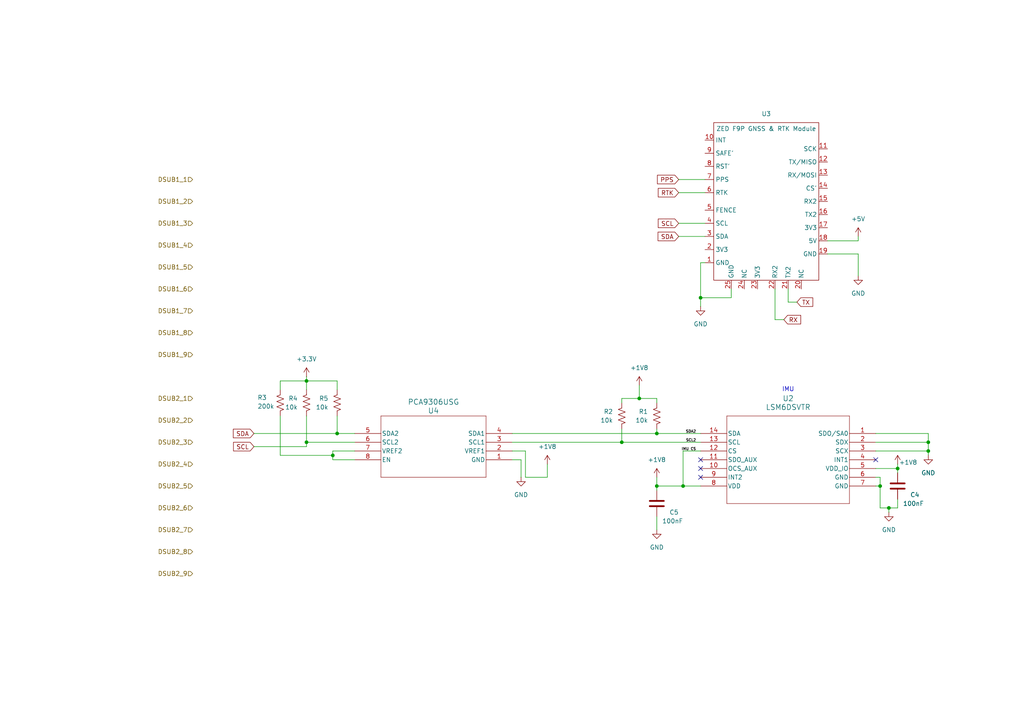
<source format=kicad_sch>
(kicad_sch (version 20250114) (generator "eeschema") (generator_version "9.0")
  (paper "A4")
  (lib_symbols
    (symbol "Capstone Symbols:LSM6DSVTR" (pin_names (offset 0.254))
      (property "Reference" "U" (at 25.4 10.16 0))
      (property "Value" "LSM6DSVTR" (at 25.4 7.62 0))
      (symbol "LSM6DSVTR_0_1"
        (polyline (pts (xy 7.62 5.08) (xy 7.62 -20.32)) (stroke (width 0.127)))
        (polyline (pts (xy 7.62 -20.32) (xy 43.18 -20.32)) (stroke (width 0.127)))
        (polyline (pts (xy 43.18 5.08) (xy 7.62 5.08)) (stroke (width 0.127)))
        (polyline (pts (xy 43.18 -20.32) (xy 43.18 5.08)) (stroke (width 0.127)))
        (pin unspecified line (at 0 0 0) (length 7.62) (name "SDO/SA0") (number "1"))
        (pin unspecified line (at 0 -2.54 0) (length 7.62) (name "SDX") (number "2"))
        (pin unspecified line (at 0 -5.08 0) (length 7.62) (name "SCX") (number "3"))
        (pin unspecified line (at 0 -7.62 0) (length 7.62) (name "INT1") (number "4"))
        (pin power_in line (at 0 -10.16 0) (length 7.62) (name "VDD_IO") (number "5"))
        (pin power_out line (at 0 -12.7 0) (length 7.62) (name "GND") (number "6"))
        (pin power_out line (at 0 -15.24 0) (length 7.62) (name "GND") (number "7"))
        (pin unspecified line (at 50.8 0 180) (length 7.62) (name "SDA") (number "14"))
        (pin unspecified line (at 50.8 -2.54 180) (length 7.62) (name "SCL") (number "13"))
        (pin unspecified line (at 50.8 -5.08 180) (length 7.62) (name "CS") (number "12"))
        (pin unspecified line (at 50.8 -7.62 180) (length 7.62) (name "SDO_AUX") (number "11"))
        (pin unspecified line (at 50.8 -10.16 180) (length 7.62) (name "OCS_AUX") (number "10"))
        (pin unspecified line (at 50.8 -12.7 180) (length 7.62) (name "INT2") (number "9"))
        (pin power_in line (at 50.8 -15.24 180) (length 7.62) (name "VDD") (number "8"))
      )
    )
    (symbol "Device:C" (pin_numbers (hide yes)) (pin_names (offset 0.254))
      (property "Reference" "C" (at 0.635 2.54 0))
      (property "Value" "C" (at 0.635 -2.54 0))
      (symbol "C_0_1"
        (polyline (pts (xy -2.032 0.762) (xy 2.032 0.762)) (stroke (width 0.508)))
        (polyline (pts (xy -2.032 -0.762) (xy 2.032 -0.762)) (stroke (width 0.508)))
      )
      (symbol "C_1_1"
        (pin passive line (at 0 3.81 270) (length 2.794) (name "~") (number "1"))
        (pin passive line (at 0 -3.81 90) (length 2.794) (name "~") (number "2"))
      )
    )
    (symbol "Device:R_US" (pin_numbers (hide yes)) (pin_names (offset 0))
      (property "Reference" "R" (at 2.54 0 90))
      (property "Value" "R_US" (at -2.54 0 90))
      (symbol "R_US_0_1"
        (polyline (pts (xy 0 2.286) (xy 0 2.54)))
        (polyline (pts (xy 0 2.286) (xy 1.016 1.905) (xy 0 1.524) (xy -1.016 1.143) (xy 0 0.762)))
        (polyline (pts (xy 0 0.762) (xy 1.016 0.381) (xy 0 0) (xy -1.016 -0.381) (xy 0 -0.762)))
        (polyline (pts (xy 0 -0.762) (xy 1.016 -1.143) (xy 0 -1.524) (xy -1.016 -1.905) (xy 0 -2.286)))
        (polyline (pts (xy 0 -2.286) (xy 0 -2.54)))
      )
      (symbol "R_US_1_1"
        (pin passive line (at 0 3.81 270) (length 1.27) (name "~") (number "1"))
        (pin passive line (at 0 -3.81 90) (length 1.27) (name "~") (number "2"))
      )
    )
    (symbol "NLA9306USG:PCA9306USG" (pin_names (offset 0.254))
      (property "Reference" "U" (at 22.86 10.16 0))
      (property "Value" "PCA9306USG" (at 22.86 7.62 0))
      (symbol "PCA9306USG_0_1"
        (polyline (pts (xy 7.62 5.08) (xy 7.62 -12.7)) (stroke (width 0.127)))
        (polyline (pts (xy 7.62 -12.7) (xy 38.1 -12.7)) (stroke (width 0.127)))
        (polyline (pts (xy 38.1 5.08) (xy 7.62 5.08)) (stroke (width 0.127)))
        (polyline (pts (xy 38.1 -12.7) (xy 38.1 5.08)) (stroke (width 0.127)))
        (pin power_in line (at 0 0 0) (length 7.62) (name "GND") (number "1"))
        (pin unspecified line (at 0 -2.54 0) (length 7.62) (name "VREF1") (number "2"))
        (pin unspecified line (at 0 -5.08 0) (length 7.62) (name "SCL1") (number "3"))
        (pin unspecified line (at 0 -7.62 0) (length 7.62) (name "SDA1") (number "4"))
        (pin input line (at 45.72 0 180) (length 7.62) (name "EN") (number "8"))
        (pin unspecified line (at 45.72 -2.54 180) (length 7.62) (name "VREF2") (number "7"))
        (pin unspecified line (at 45.72 -5.08 180) (length 7.62) (name "SCL2") (number "6"))
        (pin unspecified line (at 45.72 -7.62 180) (length 7.62) (name "SDA2") (number "5"))
      )
    )
    (symbol "ZED_F9P:ZED-F9P"
      (property "Reference" "U" (at 0 -24.13 0))
      (symbol "ZED-F9P_0_1"
        (rectangle (start -15.24 22.86) (end 15.24 -22.86))
      )
      (symbol "ZED-F9P_1_1"
        (pin input line (at -17.78 17.78 0) (length 2.54) (name "GND") (number "1"))
        (pin input line (at -17.78 13.97 0) (length 2.54) (name "3V3") (number "2"))
        (pin input line (at -17.78 10.16 0) (length 2.54) (name "SDA") (number "3"))
        (pin input line (at -17.78 6.35 0) (length 2.54) (name "SCL") (number "4"))
        (pin input line (at -17.78 2.54 0) (length 2.54) (name "FENCE") (number "5"))
        (pin input line (at -17.78 -2.54 0) (length 2.54) (name "RTK") (number "6"))
        (pin input line (at -17.78 -6.35 0) (length 2.54) (name "PPS") (number "7"))
        (pin input line (at -17.78 -10.16 0) (length 2.54) (name "RST'") (number "8"))
        (pin input line (at -17.78 -13.97 0) (length 2.54) (name "SAFE'") (number "9"))
        (pin input line (at -17.78 -17.78 0) (length 2.54) (name "INT") (number "10"))
        (pin input line (at -10.16 25.4 270) (length 2.54) (name "GND") (number "25"))
        (pin input line (at -6.35 25.4 270) (length 2.54) (name "NC") (number "24"))
        (pin input line (at -2.54 25.4 270) (length 2.54) (name "3V3") (number "23"))
        (pin input line (at 2.54 25.4 270) (length 2.54) (name "RX2") (number "22"))
        (pin input line (at 6.35 25.4 270) (length 2.54) (name "TX2") (number "21"))
        (pin input line (at 10.16 25.4 270) (length 2.54) (name "NC") (number "20"))
        (pin input line (at 17.78 15.24 180) (length 2.54) (name "GND") (number "19"))
        (pin input line (at 17.78 11.43 180) (length 2.54) (name "5V") (number "18"))
        (pin input line (at 17.78 7.62 180) (length 2.54) (name "3V3") (number "17"))
        (pin input line (at 17.78 3.81 180) (length 2.54) (name "TX2") (number "16"))
        (pin input line (at 17.78 0 180) (length 2.54) (name "RX2") (number "15"))
        (pin input line (at 17.78 -3.81 180) (length 2.54) (name "CS'") (number "14"))
        (pin input line (at 17.78 -7.62 180) (length 2.54) (name "RX/MOSI") (number "13"))
        (pin input line (at 17.78 -11.43 180) (length 2.54) (name "TX/MISO") (number "12"))
        (pin input line (at 17.78 -15.24 180) (length 2.54) (name "SCK") (number "11"))
      )
    )
    (symbol "power:+1V8" (power) (pin_numbers (hide yes)) (pin_names (offset 0) (hide yes))
      (property "Value" "+1V8" (at 0 3.556 0))
      (symbol "+1V8_0_1"
        (polyline (pts (xy -0.762 1.27) (xy 0 2.54)))
        (polyline (pts (xy 0 2.54) (xy 0.762 1.27)))
        (polyline (pts (xy 0 0) (xy 0 2.54)))
      )
      (symbol "+1V8_1_1"
        (pin power_in line (at 0 0 90) (length 0) (name "~") (number "1"))
      )
    )
    (symbol "power:+5V" (power) (pin_numbers (hide yes)) (pin_names (offset 0) (hide yes))
      (property "Value" "+5V" (at 0 3.556 0))
      (symbol "+5V_0_1"
        (polyline (pts (xy -0.762 1.27) (xy 0 2.54)))
        (polyline (pts (xy 0 2.54) (xy 0.762 1.27)))
        (polyline (pts (xy 0 0) (xy 0 2.54)))
      )
      (symbol "+5V_1_1"
        (pin power_in line (at 0 0 90) (length 0) (name "~") (number "1"))
      )
    )
    (symbol "power:GND" (power) (pin_numbers (hide yes)) (pin_names (offset 0) (hide yes))
      (property "Value" "GND" (at 0 -3.81 0))
      (symbol "GND_0_1"
        (polyline (pts (xy 0 0) (xy 0 -1.27) (xy 1.27 -1.27) (xy 0 -2.54) (xy -1.27 -1.27) (xy 0 -1.27)))
      )
      (symbol "GND_1_1"
        (pin power_in line (at 0 0 270) (length 0) (name "~") (number "1"))
      )
    )
  )
  (text "IMU" (at 228.6 113.03 0) (effects (font (size 1.27 1.27))))
  (junction (at 255.27 140.97))
  (junction (at 198.12 140.97))
  (junction (at 190.5 140.97))
  (junction (at 88.9 110.49))
  (junction (at 269.24 128.27))
  (junction (at 97.79 125.73))
  (junction (at 203.2 86.36))
  (junction (at 269.24 130.81))
  (junction (at 257.81 147.32))
  (junction (at 260.35 135.89))
  (junction (at 96.52 132.08))
  (junction (at 185.42 115.57))
  (junction (at 180.34 128.27))
  (junction (at 190.5 125.73))
  (junction (at 88.9 128.27))
  (no_connect (at 254 133.35))
  (no_connect (at 203.2 138.43))
  (no_connect (at 203.2 135.89))
  (no_connect (at 203.2 133.35))
  (wire (pts (xy 248.92 73.66) (xy 248.92 80.01)))
  (wire (pts (xy 190.5 115.57) (xy 185.42 115.57)))
  (wire (pts (xy 260.35 144.78) (xy 260.35 147.32)))
  (wire (pts (xy 81.28 132.08) (xy 81.28 120.65)))
  (wire (pts (xy 240.03 69.85) (xy 248.92 69.85)))
  (wire (pts (xy 88.9 128.27) (xy 88.9 120.65)))
  (wire (pts (xy 203.2 128.27) (xy 180.34 128.27)))
  (wire (pts (xy 88.9 128.27) (xy 102.87 128.27)))
  (wire (pts (xy 102.87 130.81) (xy 96.52 130.81)))
  (wire (pts (xy 255.27 138.43) (xy 255.27 140.97)))
  (wire (pts (xy 203.2 130.81) (xy 198.12 130.81)))
  (wire (pts (xy 257.81 147.32) (xy 255.27 147.32)))
  (wire (pts (xy 260.35 137.16) (xy 260.35 135.89)))
  (wire (pts (xy 203.2 140.97) (xy 198.12 140.97)))
  (wire (pts (xy 248.92 68.58) (xy 248.92 69.85)))
  (wire (pts (xy 254 138.43) (xy 255.27 138.43)))
  (wire (pts (xy 260.35 135.89) (xy 254 135.89)))
  (wire (pts (xy 158.75 138.43) (xy 158.75 134.62)))
  (wire (pts (xy 96.52 133.35) (xy 102.87 133.35)))
  (wire (pts (xy 73.66 129.54) (xy 88.9 129.54)))
  (wire (pts (xy 212.09 86.36) (xy 212.09 83.82)))
  (wire (pts (xy 260.35 147.32) (xy 257.81 147.32)))
  (wire (pts (xy 190.5 140.97) (xy 190.5 142.24)))
  (wire (pts (xy 190.5 138.43) (xy 190.5 140.97)))
  (wire (pts (xy 148.59 125.73) (xy 190.5 125.73)))
  (wire (pts (xy 254 128.27) (xy 269.24 128.27)))
  (wire (pts (xy 203.2 86.36) (xy 203.2 88.9)))
  (wire (pts (xy 81.28 110.49) (xy 88.9 110.49)))
  (wire (pts (xy 196.85 68.58) (xy 204.47 68.58)))
  (wire (pts (xy 254 125.73) (xy 269.24 125.73)))
  (wire (pts (xy 180.34 115.57) (xy 185.42 115.57)))
  (wire (pts (xy 88.9 109.22) (xy 88.9 110.49)))
  (wire (pts (xy 204.47 76.2) (xy 203.2 76.2)))
  (wire (pts (xy 257.81 147.32) (xy 257.81 148.59)))
  (wire (pts (xy 190.5 116.84) (xy 190.5 115.57)))
  (wire (pts (xy 180.34 116.84) (xy 180.34 115.57)))
  (wire (pts (xy 240.03 73.66) (xy 248.92 73.66)))
  (wire (pts (xy 151.13 133.35) (xy 151.13 138.43)))
  (wire (pts (xy 269.24 128.27) (xy 269.24 130.81)))
  (wire (pts (xy 88.9 129.54) (xy 88.9 128.27)))
  (wire (pts (xy 196.85 52.07) (xy 204.47 52.07)))
  (wire (pts (xy 148.59 130.81) (xy 152.4 130.81)))
  (wire (pts (xy 152.4 130.81) (xy 152.4 138.43)))
  (wire (pts (xy 269.24 130.81) (xy 269.24 132.08)))
  (wire (pts (xy 254 130.81) (xy 269.24 130.81)))
  (wire (pts (xy 148.59 128.27) (xy 180.34 128.27)))
  (wire (pts (xy 97.79 120.65) (xy 97.79 125.73)))
  (wire (pts (xy 73.66 125.73) (xy 97.79 125.73)))
  (wire (pts (xy 228.6 87.63) (xy 231.14 87.63)))
  (wire (pts (xy 203.2 76.2) (xy 203.2 86.36)))
  (wire (pts (xy 196.85 55.88) (xy 204.47 55.88)))
  (wire (pts (xy 224.79 83.82) (xy 224.79 92.71)))
  (wire (pts (xy 185.42 111.76) (xy 185.42 115.57)))
  (wire (pts (xy 148.59 133.35) (xy 151.13 133.35)))
  (wire (pts (xy 190.5 149.86) (xy 190.5 153.67)))
  (wire (pts (xy 96.52 132.08) (xy 96.52 133.35)))
  (wire (pts (xy 255.27 140.97) (xy 254 140.97)))
  (wire (pts (xy 81.28 132.08) (xy 96.52 132.08)))
  (wire (pts (xy 198.12 140.97) (xy 190.5 140.97)))
  (wire (pts (xy 190.5 124.46) (xy 190.5 125.73)))
  (wire (pts (xy 198.12 130.81) (xy 198.12 140.97)))
  (wire (pts (xy 88.9 110.49) (xy 88.9 113.03)))
  (wire (pts (xy 196.85 64.77) (xy 204.47 64.77)))
  (wire (pts (xy 224.79 92.71) (xy 227.33 92.71)))
  (wire (pts (xy 255.27 140.97) (xy 255.27 147.32)))
  (wire (pts (xy 180.34 124.46) (xy 180.34 128.27)))
  (wire (pts (xy 96.52 130.81) (xy 96.52 132.08)))
  (wire (pts (xy 81.28 110.49) (xy 81.28 113.03)))
  (wire (pts (xy 97.79 110.49) (xy 97.79 113.03)))
  (wire (pts (xy 152.4 138.43) (xy 158.75 138.43)))
  (wire (pts (xy 260.35 134.62) (xy 260.35 135.89)))
  (wire (pts (xy 97.79 125.73) (xy 102.87 125.73)))
  (wire (pts (xy 203.2 125.73) (xy 190.5 125.73)))
  (wire (pts (xy 88.9 110.49) (xy 97.79 110.49)))
  (wire (pts (xy 203.2 86.36) (xy 212.09 86.36)))
  (wire (pts (xy 228.6 83.82) (xy 228.6 87.63)))
  (wire (pts (xy 269.24 125.73) (xy 269.24 128.27)))
  (label "SCL2" (at 201.93 128.27 180) (effects (font (size 0.762 0.762))))
  (label "IMU CS" (at 201.93 130.81 180) (effects (font (size 0.762 0.762))))
  (label "SDA2" (at 201.93 125.73 180) (effects (font (size 0.762 0.762))))
  (global_label "TX" (shape input) (at 231.14 87.63 0) (property "Intersheetrefs" "${INTERSHEET_REFS}" (effects (hide yes))))
  (global_label "PPS" (shape input) (at 196.85 52.07 180) (property "Intersheetrefs" "${INTERSHEET_REFS}" (effects (hide yes))))
  (global_label "SDA" (shape input) (at 196.85 68.58 180) (property "Intersheetrefs" "${INTERSHEET_REFS}" (effects (hide yes))))
  (global_label "SDA" (shape input) (at 73.66 125.73 180) (property "Intersheetrefs" "${INTERSHEET_REFS}" (effects (hide yes))))
  (global_label "SCL" (shape input) (at 73.66 129.54 180) (property "Intersheetrefs" "${INTERSHEET_REFS}" (effects (hide yes))))
  (global_label "RX" (shape input) (at 227.33 92.71 0) (property "Intersheetrefs" "${INTERSHEET_REFS}" (effects (hide yes))))
  (global_label "SCL" (shape input) (at 196.85 64.77 180) (property "Intersheetrefs" "${INTERSHEET_REFS}" (effects (hide yes))))
  (global_label "RTK" (shape input) (at 196.85 55.88 180) (property "Intersheetrefs" "${INTERSHEET_REFS}" (effects (hide yes))))
  (hierarchical_label "DSUB2_2" (shape input) (at 55.88 121.92 180))
  (hierarchical_label "DSUB2_7" (shape input) (at 55.88 153.67 180))
  (hierarchical_label "DSUB1_8" (shape input) (at 55.88 96.52 180))
  (hierarchical_label "DSUB1_5" (shape input) (at 55.88 77.47 180))
  (hierarchical_label "DSUB1_3" (shape input) (at 55.88 64.77 180))
  (hierarchical_label "DSUB1_1" (shape input) (at 55.88 52.07 180))
  (hierarchical_label "DSUB1_6" (shape input) (at 55.88 83.82 180))
  (hierarchical_label "DSUB2_8" (shape input) (at 55.88 160.02 180))
  (hierarchical_label "DSUB2_1" (shape input) (at 55.88 115.57 180))
  (hierarchical_label "DSUB1_2" (shape input) (at 55.88 58.42 180))
  (hierarchical_label "DSUB2_5" (shape input) (at 55.88 140.97 180))
  (hierarchical_label "DSUB1_4" (shape input) (at 55.88 71.12 180))
  (hierarchical_label "DSUB2_9" (shape input) (at 55.88 166.37 180))
  (hierarchical_label "DSUB1_7" (shape input) (at 55.88 90.17 180))
  (hierarchical_label "DSUB1_9" (shape input) (at 55.88 102.87 180))
  (hierarchical_label "DSUB2_4" (shape input) (at 55.88 134.62 180))
  (hierarchical_label "DSUB2_3" (shape input) (at 55.88 128.27 180))
  (hierarchical_label "DSUB2_6" (shape input) (at 55.88 147.32 180))
  (symbol (lib_id "NLA9306USG:PCA9306USG") (at 148.59 133.35 180) (unit 1)
    (property "Reference" "U4" (at 125.73 119.126 0) (effects (font (size 1.524 1.524))))
    (property "Value" "PCA9306USG" (at 125.73 116.586 0) (effects (font (size 1.524 1.524))))
    (property "Footprint" "US8_2P40X2P10_ONS" (effects (hide yes)))
    (property "Datasheet" "PCA9306USG" (effects (hide yes)))
  )
  (symbol (lib_id "power:GND") (at 269.24 132.08 0) (mirror y) (unit 1)
    (property "Reference" "#PWR05" (effects (hide yes)))
    (property "Value" "GND" (at 269.24 137.16 0))
    (property "Description" "Power symbol creates a global label with name \"GND\" , ground" (effects (hide yes)))
  )
  (symbol (lib_id "Device:C") (at 190.5 146.05 0) (mirror y) (unit 1)
    (property "Reference" "C5" (at 196.85 148.59 0) (effects (justify left)))
    (property "Value" "100nF" (at 198.12 151.13 0) (effects (justify left)))
    (property "Description" "Unpolarized capacitor" (effects (hide yes)))
  )
  (symbol (lib_id "Device:C") (at 260.35 140.97 0) (mirror y) (unit 1)
    (property "Reference" "C4" (at 266.7 143.51 0) (effects (justify left)))
    (property "Value" "100nF" (at 267.97 146.05 0) (effects (justify left)))
    (property "Description" "Unpolarized capacitor" (effects (hide yes)))
  )
  (symbol (lib_id "Device:R_US") (at 81.28 116.84 0) (mirror y) (unit 1)
    (property "Reference" "R3" (at 74.676 115.316 0) (effects (justify right)))
    (property "Value" "200k" (at 74.676 117.856 0) (effects (justify right)))
    (property "Description" "Resistor, US symbol" (effects (hide yes)))
  )
  (symbol (lib_id "power:+5V") (at 88.9 109.22 0) (unit 1)
    (property "Reference" "#PWR049" (effects (hide yes)))
    (property "Value" "+3.3V" (at 88.9 104.14 0))
    (property "Description" "Power symbol creates a global label with name \"+5V\"" (effects (hide yes)))
  )
  (symbol (lib_id "Device:R_US") (at 88.9 116.84 0) (mirror y) (unit 1)
    (property "Reference" "R4" (at 86.36 115.5699 0) (effects (justify left)))
    (property "Value" "10k" (at 86.36 118.1099 0) (effects (justify left)))
    (property "Description" "Resistor, US symbol" (effects (hide yes)))
  )
  (symbol (lib_id "power:GND") (at 190.5 153.67 0) (mirror y) (unit 1)
    (property "Reference" "#PWR022" (effects (hide yes)))
    (property "Value" "GND" (at 190.5 158.75 0))
    (property "Description" "Power symbol creates a global label with name \"GND\" , ground" (effects (hide yes)))
  )
  (symbol (lib_id "power:GND") (at 203.2 88.9 0) (unit 1)
    (property "Reference" "#PWR044" (effects (hide yes)))
    (property "Value" "GND" (at 203.2 93.98 0))
    (property "Description" "Power symbol creates a global label with name \"GND\" , ground" (effects (hide yes)))
  )
  (symbol (lib_id "power:+1V8") (at 185.42 111.76 0) (mirror y) (unit 1)
    (property "Reference" "#PWR042" (effects (hide yes)))
    (property "Value" "+1V8" (at 185.42 106.68 0))
    (property "Description" "Power symbol creates a global label with name \"+1V8\"" (effects (hide yes)))
  )
  (symbol (lib_id "Device:R_US") (at 180.34 120.65 0) (mirror y) (unit 1)
    (property "Reference" "R2" (at 177.8 119.3799 0) (effects (justify left)))
    (property "Value" "10k" (at 177.8 121.9199 0) (effects (justify left)))
    (property "Description" "Resistor, US symbol" (effects (hide yes)))
  )
  (symbol (lib_id "ZED_F9P:ZED-F9P") (at 222.25 58.42 0) (mirror x) (unit 1)
    (property "Reference" "U3" (at 222.25 33.02 0))
    (property "Value" "ZED F9P GNSS & RTK Module" (at 222.25 37.338 0))
    (property "Footprint" "ZED-F9P:Zed F9P" (effects (hide yes)))
  )
  (symbol (lib_id "Device:R_US") (at 97.79 116.84 0) (mirror y) (unit 1)
    (property "Reference" "R5" (at 95.25 115.5699 0) (effects (justify left)))
    (property "Value" "10k" (at 95.25 118.1099 0) (effects (justify left)))
    (property "Description" "Resistor, US symbol" (effects (hide yes)))
  )
  (symbol (lib_id "power:+1V8") (at 190.5 138.43 0) (mirror y) (unit 1)
    (property "Reference" "#PWR021" (effects (hide yes)))
    (property "Value" "+1V8" (at 190.5 133.35 0))
    (property "Description" "Power symbol creates a global label with name \"+1V8\"" (effects (hide yes)))
  )
  (symbol (lib_id "power:GND") (at 248.92 80.01 0) (unit 1)
    (property "Reference" "#PWR043" (effects (hide yes)))
    (property "Value" "GND" (at 248.92 85.09 0))
    (property "Description" "Power symbol creates a global label with name \"GND\" , ground" (effects (hide yes)))
  )
  (symbol (lib_id "power:GND") (at 151.13 138.43 0) (mirror y) (unit 1)
    (property "Reference" "#PWR046" (effects (hide yes)))
    (property "Value" "GND" (at 151.13 143.51 0))
    (property "Description" "Power symbol creates a global label with name \"GND\" , ground" (effects (hide yes)))
  )
  (symbol (lib_id "Device:R_US") (at 190.5 120.65 0) (mirror y) (unit 1)
    (property "Reference" "R1" (at 187.96 119.3799 0) (effects (justify left)))
    (property "Value" "10k" (at 187.96 121.9199 0) (effects (justify left)))
    (property "Description" "Resistor, US symbol" (effects (hide yes)))
  )
  (symbol (lib_id "Capstone Symbols:LSM6DSVTR") (at 254 125.73 0) (mirror y) (unit 1)
    (property "Reference" "U2" (at 228.6 115.57 0) (effects (font (size 1.524 1.524))))
    (property "Value" "LSM6DSVTR" (at 228.6 118.11 0) (effects (font (size 1.524 1.524))))
    (property "Footprint" "Capstone Footprints:IMU_LGA14-L_2P59X3P1X0P5_STM-M" (effects (hide yes)))
    (property "Datasheet" "LSM6DSVTR" (effects (hide yes)))
  )
  (symbol (lib_id "power:+5V") (at 248.92 68.58 0) (unit 1)
    (property "Reference" "#PWR045" (effects (hide yes)))
    (property "Value" "+5V" (at 248.92 63.5 0))
    (property "Description" "Power symbol creates a global label with name \"+5V\"" (effects (hide yes)))
  )
  (symbol (lib_id "power:GND") (at 257.81 148.59 0) (mirror y) (unit 1)
    (property "Reference" "#PWR020" (effects (hide yes)))
    (property "Value" "GND" (at 257.81 153.67 0))
    (property "Description" "Power symbol creates a global label with name \"GND\" , ground" (effects (hide yes)))
  )
  (symbol (lib_id "power:+1V8") (at 260.35 134.62 0) (mirror y) (unit 1)
    (property "Reference" "#PWR041" (effects (hide yes)))
    (property "Value" "+1V8" (at 263.398 134.112 0))
    (property "Description" "Power symbol creates a global label with name \"+1V8\"" (effects (hide yes)))
  )
  (symbol (lib_id "power:+1V8") (at 158.75 134.62 0) (mirror y) (unit 1)
    (property "Reference" "#PWR047" (effects (hide yes)))
    (property "Value" "+1V8" (at 158.75 129.54 0))
    (property "Description" "Power symbol creates a global label with name \"+1V8\"" (effects (hide yes)))
  )
)
</source>
